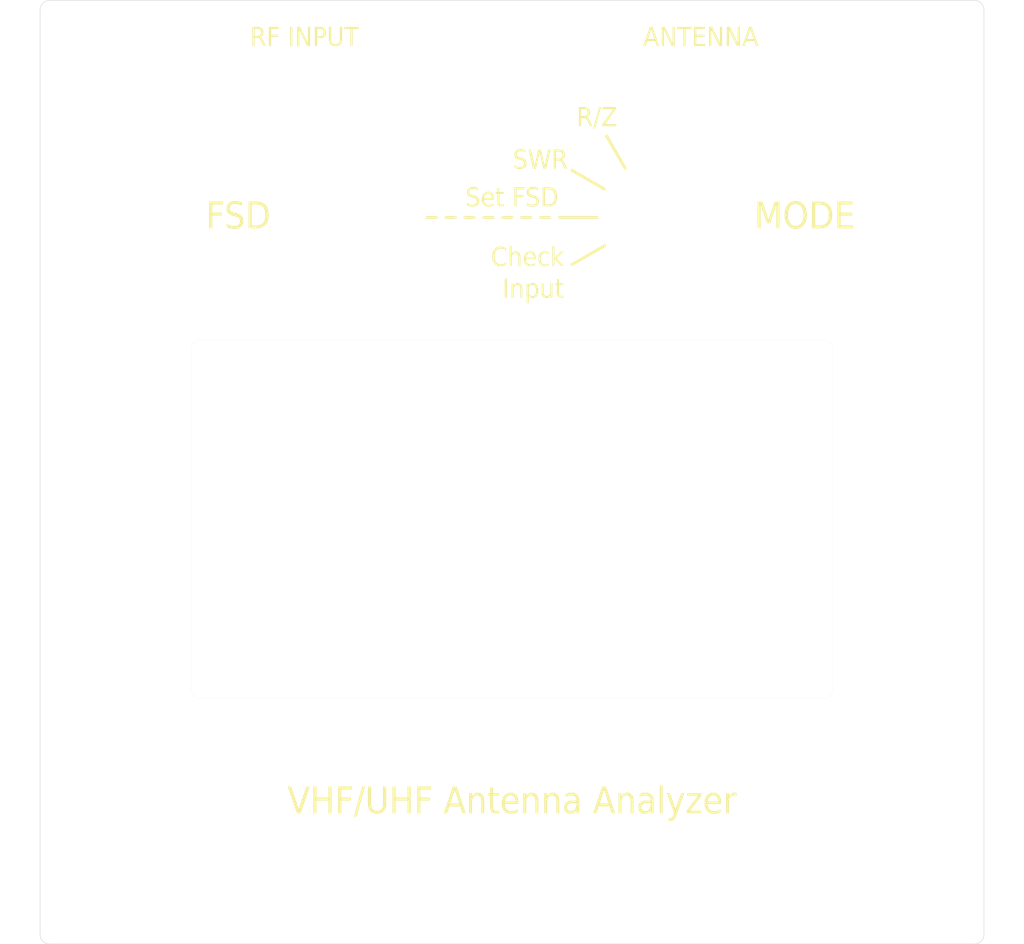
<source format=kicad_pcb>
(kicad_pcb (version 20241229) (generator "pcbnew") (generator_version "9.0")
  (layers (0 "F.Cu" signal) (2 "B.Cu" signal) (13 "F.Paste" user) (15 "B.Paste" user) (5 "F.SilkS" user "F.Silkscreen") (7 "B.SilkS" user "B.Silkscreen") (1 "F.Mask" user) (3 "B.Mask" user) (25 "Edge.Cuts" user))
  (net 0 "")
  (footprint "MountingHole:MountingHole_2.7mm" (layer "F.Cu") (at 147 65)
    (property "Reference" "H8")
    (property "Value" "Screw Hole 2.7mm")
    (pad "" np_thru_hole circle (at 0 0) (size 2.7 2.7) (drill 2.7) (layers "*.Cu" "*.Mask"))
  )
  (footprint "User_Global_Library:MountingHole_7.5mm" (layer "F.Cu") (at 85 73)
    (property "Reference" "H3")
    (property "Value" "Potentiometer Cutout")
    (pad "" np_thru_hole circle (at 0 0) (size 7.5 7.5) (drill 7.5) (layers "*.Cu" "*.Mask"))
  )
  (footprint "MountingHole:MountingHole_2.7mm" (layer "F.Cu") (at 53 65)
    (property "Reference" "H6")
    (property "Value" "Screw Hole 2.7mm")
    (pad "" np_thru_hole circle (at 0 0) (size 2.7 2.7) (drill 2.7) (layers "*.Cu" "*.Mask"))
  )
  (footprint "MountingHole:MountingHole_2.7mm" (layer "F.Cu") (at 53 135)
    (property "Reference" "H7")
    (property "Value" "Screw Hole 2.7mm")
    (pad "" np_thru_hole circle (at 0 0) (size 2.7 2.7) (drill 2.7) (layers "*.Cu" "*.Mask"))
  )
  (footprint "User_Global_Library:panel-meter-cutout-85C17" (layer "F.Cu") (at 100 105)
    (property "Reference" "H1")
    (property "Value" "Panel Meter 85C17 Cutout")
    (fp_line (start -34 -18) (end -34 18) (stroke (width 0.01)) (layer "Edge.Cuts"))
    (fp_line (start -33 -19) (end 33 -19) (stroke (width 0.01)) (layer "Edge.Cuts"))
    (fp_line (start -33 19) (end 33 19) (stroke (width 0.01)) (layer "Edge.Cuts"))
    (fp_line (start 34 -18) (end 34 18) (stroke (width 0.01)) (layer "Edge.Cuts"))
    (fp_arc (start -34 -18) (mid -33.707107 -18.707107) (end -33 -19) (stroke (width 0.01)) (layer "Edge.Cuts"))
    (fp_arc (start -33 19) (mid -33.707107 18.707107) (end -34 18) (stroke (width 0.01)) (layer "Edge.Cuts"))
    (fp_arc (start 33 -19) (mid 33.707107 -18.707107) (end 34 -18) (stroke (width 0.01)) (layer "Edge.Cuts"))
    (fp_arc (start 34 18) (mid 33.707107 18.707107) (end 33 19) (stroke (width 0.01)) (layer "Edge.Cuts"))
  )
  (footprint "MountingHole:MountingHole_2.7mm" (layer "F.Cu") (at 147 135)
    (property "Reference" "H9")
    (property "Value" "Screw Hole 2.7mm")
    (pad "" np_thru_hole circle (at 0 0) (size 2.7 2.7) (drill 2.7) (layers "*.Cu" "*.Mask"))
  )
  (footprint "User_Global_Library:MountingHole_7.5mm" (layer "F.Cu") (at 115 73)
    (property "Reference" "H2")
    (property "Value" "Rotary Switch RS1010 Cutout")
    (pad "" np_thru_hole circle (at 0 0) (size 7.5 7.5) (drill 7.5) (layers "*.Cu" "*.Mask"))
  )
  (gr_line (start 99 73) (end 100 73) (stroke (width 0.3)) (layer "F.SilkS"))
  (gr_line (start 91 73) (end 92 73) (stroke (width 0.3)) (layer "F.SilkS"))
  (gr_line (start 105 73) (end 109 73) (stroke (width 0.3)) (layer "F.SilkS"))
  (gr_line (start 93 73) (end 94 73) (stroke (width 0.3)) (layer "F.SilkS"))
  (gr_line (start 101 73) (end 102 73) (stroke (width 0.3)) (layer "F.SilkS"))
  (gr_line (start 106.339746 68) (end 109.803848 70) (stroke (width 0.3)) (layer "F.SilkS"))
  (gr_line (start 95 73) (end 96 73) (stroke (width 0.3)) (layer "F.SilkS"))
  (gr_line (start 106.339746 78) (end 109.803848 76) (stroke (width 0.3)) (layer "F.SilkS"))
  (gr_line (start 103 73) (end 104 73) (stroke (width 0.3)) (layer "F.SilkS"))
  (gr_line (start 97 73) (end 98 73) (stroke (width 0.3)) (layer "F.SilkS"))
  (gr_line (start 110 64.339746) (end 112 67.803848) (stroke (width 0.3)) (layer "F.SilkS"))
  (gr_line (start 50 149) (end 50 51) (stroke (width 0.05)) (layer "Edge.Cuts"))
  (gr_arc (start 50 51) (mid 50.292893 50.292893) (end 51 50) (stroke (width 0.05)) (layer "Edge.Cuts"))
  (gr_line (start 150 51) (end 150 149) (stroke (width 0.05)) (layer "Edge.Cuts"))
  (gr_arc (start 51 150) (mid 50.292893 149.707107) (end 50 149) (stroke (width 0.05)) (layer "Edge.Cuts"))
  (gr_line (start 51 50) (end 149 50) (stroke (width 0.05)) (layer "Edge.Cuts"))
  (gr_arc (start 149 50) (mid 149.707107 50.292893) (end 150 51) (stroke (width 0.05)) (layer "Edge.Cuts"))
  (gr_line (start 149 150) (end 51 150) (stroke (width 0.05)) (layer "Edge.Cuts"))
  (gr_arc (start 150 149) (mid 149.707107 149.707107) (end 149 150) (stroke (width 0.05)) (layer "Edge.Cuts"))
  (gr_text "R/Z" (at 109 62.5 0) (layer "F.SilkS") (effects (font (size 2 1.8) (thickness 0.1))))
  (gr_text "MODE" (at 131 73 0) (layer "F.SilkS") (effects (font (size 2.8 2.5) (thickness 0.1))))
  (gr_text "Set FSD" (at 100 71 0) (layer "F.SilkS") (effects (font (size 2 1.8) (thickness 0.1))))
  (gr_text "VHF/UHF Antenna Analyzer" (at 100 135 0) (layer "F.SilkS") (effects (font (size 2.8 2.5) (thickness 0.1))))
  (gr_text "FSD" (at 71 73 0) (layer "F.SilkS") (effects (font (size 2.8 2.5) (thickness 0.1))))
  (gr_text "ANTENNA" (at 120 54 0) (layer "F.SilkS") (effects (font (size 2 1.8) (thickness 0.1))))
  (gr_text "RF INPUT" (at 78 54 0) (layer "F.SilkS") (effects (font (size 2 1.8) (thickness 0.1))))
  (gr_text "SWR" (at 103 67 0) (layer "F.SilkS") (effects (font (size 2 1.8) (thickness 0.1))))
  (gr_text "Check\nInput" (at 105.5 79 0) (layer "F.SilkS") (effects (font (size 2 1.8) (thickness 0.1)) (justify right)))
)
</source>
